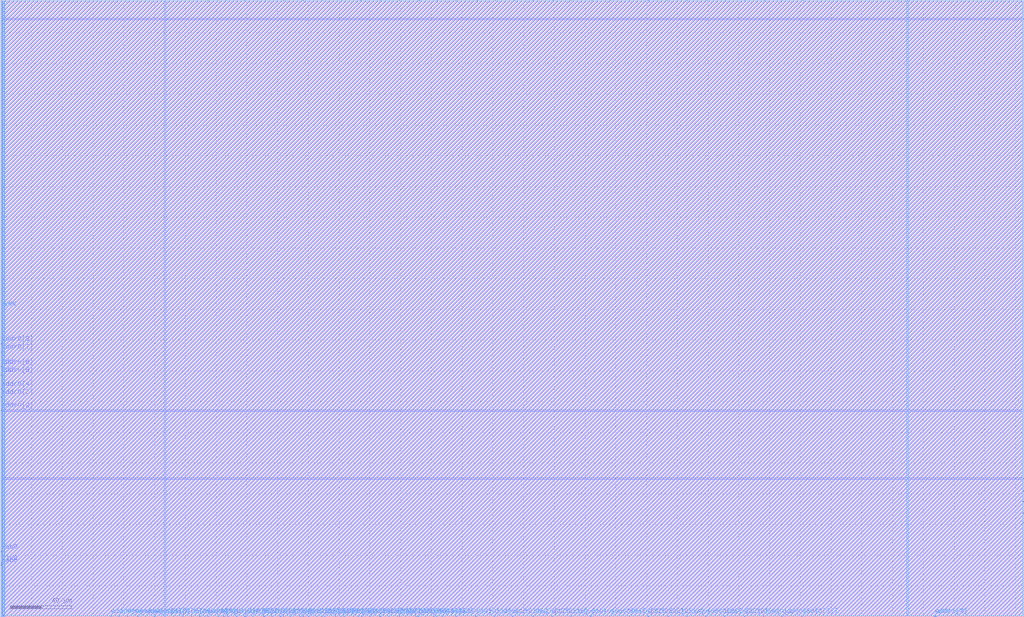
<source format=lef>
VERSION 5.4 ;
NAMESCASESENSITIVE ON ;
BUSBITCHARS "[]" ;
DIVIDERCHAR "/" ;
UNITS
  DATABASE MICRONS 2000 ;
END UNITS
MACRO sky130_sram_2kbyte_1rw1r_32x512_8
   CLASS BLOCK ;
   SIZE 665.42 BY 401.58 ;
   SYMMETRY X Y R90 ;
   PIN din0[0]
      DIRECTION INPUT ;
      PORT
         LAYER met4 ;
         RECT  106.76 0.0 107.14 0.38 ;
      END
   END din0[0]
   PIN din0[1]
      DIRECTION INPUT ;
      PORT
         LAYER met4 ;
         RECT  112.2 0.0 112.58 0.38 ;
      END
   END din0[1]
   PIN din0[2]
      DIRECTION INPUT ;
      PORT
         LAYER met4 ;
         RECT  118.32 0.0 118.7 0.38 ;
      END
   END din0[2]
   PIN din0[3]
      DIRECTION INPUT ;
      PORT
         LAYER met4 ;
         RECT  123.76 0.0 124.14 0.38 ;
      END
   END din0[3]
   PIN din0[4]
      DIRECTION INPUT ;
      PORT
         LAYER met4 ;
         RECT  129.2 0.0 129.58 0.38 ;
      END
   END din0[4]
   PIN din0[5]
      DIRECTION INPUT ;
      PORT
         LAYER met4 ;
         RECT  134.64 0.0 135.02 0.38 ;
      END
   END din0[5]
   PIN din0[6]
      DIRECTION INPUT ;
      PORT
         LAYER met4 ;
         RECT  141.44 0.0 141.82 0.38 ;
      END
   END din0[6]
   PIN din0[7]
      DIRECTION INPUT ;
      PORT
         LAYER met4 ;
         RECT  147.56 0.0 147.94 0.38 ;
      END
   END din0[7]
   PIN din0[8]
      DIRECTION INPUT ;
      PORT
         LAYER met4 ;
         RECT  153.0 0.0 153.38 0.38 ;
      END
   END din0[8]
   PIN din0[9]
      DIRECTION INPUT ;
      PORT
         LAYER met4 ;
         RECT  158.44 0.0 158.82 0.38 ;
      END
   END din0[9]
   PIN din0[10]
      DIRECTION INPUT ;
      PORT
         LAYER met4 ;
         RECT  163.88 0.0 164.26 0.38 ;
      END
   END din0[10]
   PIN din0[11]
      DIRECTION INPUT ;
      PORT
         LAYER met4 ;
         RECT  170.68 0.0 171.06 0.38 ;
      END
   END din0[11]
   PIN din0[12]
      DIRECTION INPUT ;
      PORT
         LAYER met4 ;
         RECT  176.12 0.0 176.5 0.38 ;
      END
   END din0[12]
   PIN din0[13]
      DIRECTION INPUT ;
      PORT
         LAYER met4 ;
         RECT  181.56 0.0 181.94 0.38 ;
      END
   END din0[13]
   PIN din0[14]
      DIRECTION INPUT ;
      PORT
         LAYER met4 ;
         RECT  188.36 0.0 188.74 0.38 ;
      END
   END din0[14]
   PIN din0[15]
      DIRECTION INPUT ;
      PORT
         LAYER met4 ;
         RECT  194.48 0.0 194.86 0.38 ;
      END
   END din0[15]
   PIN din0[16]
      DIRECTION INPUT ;
      PORT
         LAYER met4 ;
         RECT  199.92 0.0 200.3 0.38 ;
      END
   END din0[16]
   PIN din0[17]
      DIRECTION INPUT ;
      PORT
         LAYER met4 ;
         RECT  205.36 0.0 205.74 0.38 ;
      END
   END din0[17]
   PIN din0[18]
      DIRECTION INPUT ;
      PORT
         LAYER met4 ;
         RECT  210.8 0.0 211.18 0.38 ;
      END
   END din0[18]
   PIN din0[19]
      DIRECTION INPUT ;
      PORT
         LAYER met4 ;
         RECT  217.6 0.0 217.98 0.38 ;
      END
   END din0[19]
   PIN din0[20]
      DIRECTION INPUT ;
      PORT
         LAYER met4 ;
         RECT  223.04 0.0 223.42 0.38 ;
      END
   END din0[20]
   PIN din0[21]
      DIRECTION INPUT ;
      PORT
         LAYER met4 ;
         RECT  229.16 0.0 229.54 0.38 ;
      END
   END din0[21]
   PIN din0[22]
      DIRECTION INPUT ;
      PORT
         LAYER met4 ;
         RECT  234.6 0.0 234.98 0.38 ;
      END
   END din0[22]
   PIN din0[23]
      DIRECTION INPUT ;
      PORT
         LAYER met4 ;
         RECT  240.04 0.0 240.42 0.38 ;
      END
   END din0[23]
   PIN din0[24]
      DIRECTION INPUT ;
      PORT
         LAYER met4 ;
         RECT  246.84 0.0 247.22 0.38 ;
      END
   END din0[24]
   PIN din0[25]
      DIRECTION INPUT ;
      PORT
         LAYER met4 ;
         RECT  252.28 0.0 252.66 0.38 ;
      END
   END din0[25]
   PIN din0[26]
      DIRECTION INPUT ;
      PORT
         LAYER met4 ;
         RECT  257.72 0.0 258.1 0.38 ;
      END
   END din0[26]
   PIN din0[27]
      DIRECTION INPUT ;
      PORT
         LAYER met4 ;
         RECT  263.16 0.0 263.54 0.38 ;
      END
   END din0[27]
   PIN din0[28]
      DIRECTION INPUT ;
      PORT
         LAYER met4 ;
         RECT  269.96 0.0 270.34 0.38 ;
      END
   END din0[28]
   PIN din0[29]
      DIRECTION INPUT ;
      PORT
         LAYER met4 ;
         RECT  276.08 0.0 276.46 0.38 ;
      END
   END din0[29]
   PIN din0[30]
      DIRECTION INPUT ;
      PORT
         LAYER met4 ;
         RECT  281.52 0.0 281.9 0.38 ;
      END
   END din0[30]
   PIN din0[31]
      DIRECTION INPUT ;
      PORT
         LAYER met4 ;
         RECT  286.96 0.0 287.34 0.38 ;
      END
   END din0[31]
   PIN addr0[0]
      DIRECTION INPUT ;
      PORT
         LAYER met4 ;
         RECT  71.4 0.0 71.78 0.38 ;
      END
   END addr0[0]
   PIN addr0[1]
      DIRECTION INPUT ;
      PORT
         LAYER met4 ;
         RECT  76.84 0.0 77.22 0.38 ;
      END
   END addr0[1]
   PIN addr0[2]
      DIRECTION INPUT ;
      PORT
         LAYER met3 ;
         RECT  0.0 133.96 0.38 134.34 ;
      END
   END addr0[2]
   PIN addr0[3]
      DIRECTION INPUT ;
      PORT
         LAYER met3 ;
         RECT  0.0 142.8 0.38 143.18 ;
      END
   END addr0[3]
   PIN addr0[4]
      DIRECTION INPUT ;
      PORT
         LAYER met3 ;
         RECT  0.0 148.24 0.38 148.62 ;
      END
   END addr0[4]
   PIN addr0[5]
      DIRECTION INPUT ;
      PORT
         LAYER met3 ;
         RECT  0.0 157.08 0.38 157.46 ;
      END
   END addr0[5]
   PIN addr0[6]
      DIRECTION INPUT ;
      PORT
         LAYER met3 ;
         RECT  0.0 162.52 0.38 162.9 ;
      END
   END addr0[6]
   PIN addr0[7]
      DIRECTION INPUT ;
      PORT
         LAYER met3 ;
         RECT  0.0 172.04 0.38 172.42 ;
      END
   END addr0[7]
   PIN addr0[8]
      DIRECTION INPUT ;
      PORT
         LAYER met3 ;
         RECT  0.0 177.48 0.38 177.86 ;
      END
   END addr0[8]
   PIN addr1[0]
      DIRECTION INPUT ;
      PORT
         LAYER met4 ;
         RECT  589.56 401.2 589.94 401.58 ;
      END
   END addr1[0]
   PIN addr1[1]
      DIRECTION INPUT ;
      PORT
         LAYER met4 ;
         RECT  583.44 401.2 583.82 401.58 ;
      END
   END addr1[1]
   PIN addr1[2]
      DIRECTION INPUT ;
      PORT
         LAYER met3 ;
         RECT  665.04 89.76 665.42 90.14 ;
      END
   END addr1[2]
   PIN addr1[3]
      DIRECTION INPUT ;
      PORT
         LAYER met3 ;
         RECT  665.04 81.6 665.42 81.98 ;
      END
   END addr1[3]
   PIN addr1[4]
      DIRECTION INPUT ;
      PORT
         LAYER met3 ;
         RECT  665.04 74.8 665.42 75.18 ;
      END
   END addr1[4]
   PIN addr1[5]
      DIRECTION INPUT ;
      PORT
         LAYER met3 ;
         RECT  665.04 67.32 665.42 67.7 ;
      END
   END addr1[5]
   PIN addr1[6]
      DIRECTION INPUT ;
      PORT
         LAYER met3 ;
         RECT  665.04 61.2 665.42 61.58 ;
      END
   END addr1[6]
   PIN addr1[7]
      DIRECTION INPUT ;
      PORT
         LAYER met4 ;
         RECT  607.24 0.0 607.62 0.38 ;
      END
   END addr1[7]
   PIN addr1[8]
      DIRECTION INPUT ;
      PORT
         LAYER met4 ;
         RECT  607.92 0.0 608.3 0.38 ;
      END
   END addr1[8]
   PIN csb0
      DIRECTION INPUT ;
      PORT
         LAYER met3 ;
         RECT  0.0 33.32 0.38 33.7 ;
      END
   END csb0
   PIN csb1
      DIRECTION INPUT ;
      PORT
         LAYER met3 ;
         RECT  665.04 388.96 665.42 389.34 ;
      END
   END csb1
   PIN web0
      DIRECTION INPUT ;
      PORT
         LAYER met3 ;
         RECT  0.0 42.16 0.38 42.54 ;
      END
   END web0
   PIN clk0
      DIRECTION INPUT ;
      PORT
         LAYER met3 ;
         RECT  0.0 34.68 0.38 35.06 ;
      END
   END clk0
   PIN clk1
      DIRECTION INPUT ;
      PORT
         LAYER met4 ;
         RECT  645.32 401.2 645.7 401.58 ;
      END
   END clk1
   PIN wmask0[0]
      DIRECTION INPUT ;
      PORT
         LAYER met4 ;
         RECT  82.28 0.0 82.66 0.38 ;
      END
   END wmask0[0]
   PIN wmask0[1]
      DIRECTION INPUT ;
      PORT
         LAYER met4 ;
         RECT  89.08 0.0 89.46 0.38 ;
      END
   END wmask0[1]
   PIN wmask0[2]
      DIRECTION INPUT ;
      PORT
         LAYER met4 ;
         RECT  93.84 0.0 94.22 0.38 ;
      END
   END wmask0[2]
   PIN wmask0[3]
      DIRECTION INPUT ;
      PORT
         LAYER met4 ;
         RECT  99.96 0.0 100.34 0.38 ;
      END
   END wmask0[3]
   PIN dout0[0]
      DIRECTION OUTPUT ;
      PORT
         LAYER met4 ;
         RECT  132.6 0.0 132.98 0.38 ;
      END
   END dout0[0]
   PIN dout0[1]
      DIRECTION OUTPUT ;
      PORT
         LAYER met4 ;
         RECT  144.84 0.0 145.22 0.38 ;
      END
   END dout0[1]
   PIN dout0[2]
      DIRECTION OUTPUT ;
      PORT
         LAYER met4 ;
         RECT  159.12 0.0 159.5 0.38 ;
      END
   END dout0[2]
   PIN dout0[3]
      DIRECTION OUTPUT ;
      PORT
         LAYER met4 ;
         RECT  171.36 0.0 171.74 0.38 ;
      END
   END dout0[3]
   PIN dout0[4]
      DIRECTION OUTPUT ;
      PORT
         LAYER met4 ;
         RECT  183.6 0.0 183.98 0.38 ;
      END
   END dout0[4]
   PIN dout0[5]
      DIRECTION OUTPUT ;
      PORT
         LAYER met4 ;
         RECT  196.52 0.0 196.9 0.38 ;
      END
   END dout0[5]
   PIN dout0[6]
      DIRECTION OUTPUT ;
      PORT
         LAYER met4 ;
         RECT  208.76 0.0 209.14 0.38 ;
      END
   END dout0[6]
   PIN dout0[7]
      DIRECTION OUTPUT ;
      PORT
         LAYER met4 ;
         RECT  221.0 0.0 221.38 0.38 ;
      END
   END dout0[7]
   PIN dout0[8]
      DIRECTION OUTPUT ;
      PORT
         LAYER met4 ;
         RECT  232.56 0.0 232.94 0.38 ;
      END
   END dout0[8]
   PIN dout0[9]
      DIRECTION OUTPUT ;
      PORT
         LAYER met4 ;
         RECT  246.16 0.0 246.54 0.38 ;
      END
   END dout0[9]
   PIN dout0[10]
      DIRECTION OUTPUT ;
      PORT
         LAYER met4 ;
         RECT  259.08 0.0 259.46 0.38 ;
      END
   END dout0[10]
   PIN dout0[11]
      DIRECTION OUTPUT ;
      PORT
         LAYER met4 ;
         RECT  271.32 0.0 271.7 0.38 ;
      END
   END dout0[11]
   PIN dout0[12]
      DIRECTION OUTPUT ;
      PORT
         LAYER met4 ;
         RECT  283.56 0.0 283.94 0.38 ;
      END
   END dout0[12]
   PIN dout0[13]
      DIRECTION OUTPUT ;
      PORT
         LAYER met4 ;
         RECT  295.8 0.0 296.18 0.38 ;
      END
   END dout0[13]
   PIN dout0[14]
      DIRECTION OUTPUT ;
      PORT
         LAYER met4 ;
         RECT  308.72 0.0 309.1 0.38 ;
      END
   END dout0[14]
   PIN dout0[15]
      DIRECTION OUTPUT ;
      PORT
         LAYER met4 ;
         RECT  320.96 0.0 321.34 0.38 ;
      END
   END dout0[15]
   PIN dout0[16]
      DIRECTION OUTPUT ;
      PORT
         LAYER met4 ;
         RECT  332.52 0.0 332.9 0.38 ;
      END
   END dout0[16]
   PIN dout0[17]
      DIRECTION OUTPUT ;
      PORT
         LAYER met4 ;
         RECT  346.12 0.0 346.5 0.38 ;
      END
   END dout0[17]
   PIN dout0[18]
      DIRECTION OUTPUT ;
      PORT
         LAYER met4 ;
         RECT  358.36 0.0 358.74 0.38 ;
      END
   END dout0[18]
   PIN dout0[19]
      DIRECTION OUTPUT ;
      PORT
         LAYER met4 ;
         RECT  370.6 0.0 370.98 0.38 ;
      END
   END dout0[19]
   PIN dout0[20]
      DIRECTION OUTPUT ;
      PORT
         LAYER met4 ;
         RECT  383.52 0.0 383.9 0.38 ;
      END
   END dout0[20]
   PIN dout0[21]
      DIRECTION OUTPUT ;
      PORT
         LAYER met4 ;
         RECT  395.76 0.0 396.14 0.38 ;
      END
   END dout0[21]
   PIN dout0[22]
      DIRECTION OUTPUT ;
      PORT
         LAYER met4 ;
         RECT  408.68 0.0 409.06 0.38 ;
      END
   END dout0[22]
   PIN dout0[23]
      DIRECTION OUTPUT ;
      PORT
         LAYER met4 ;
         RECT  420.92 0.0 421.3 0.38 ;
      END
   END dout0[23]
   PIN dout0[24]
      DIRECTION OUTPUT ;
      PORT
         LAYER met4 ;
         RECT  433.84 0.0 434.22 0.38 ;
      END
   END dout0[24]
   PIN dout0[25]
      DIRECTION OUTPUT ;
      PORT
         LAYER met4 ;
         RECT  446.08 0.0 446.46 0.38 ;
      END
   END dout0[25]
   PIN dout0[26]
      DIRECTION OUTPUT ;
      PORT
         LAYER met4 ;
         RECT  458.32 0.0 458.7 0.38 ;
      END
   END dout0[26]
   PIN dout0[27]
      DIRECTION OUTPUT ;
      PORT
         LAYER met4 ;
         RECT  470.56 0.0 470.94 0.38 ;
      END
   END dout0[27]
   PIN dout0[28]
      DIRECTION OUTPUT ;
      PORT
         LAYER met4 ;
         RECT  483.48 0.0 483.86 0.38 ;
      END
   END dout0[28]
   PIN dout0[29]
      DIRECTION OUTPUT ;
      PORT
         LAYER met4 ;
         RECT  495.72 0.0 496.1 0.38 ;
      END
   END dout0[29]
   PIN dout0[30]
      DIRECTION OUTPUT ;
      PORT
         LAYER met4 ;
         RECT  507.96 0.0 508.34 0.38 ;
      END
   END dout0[30]
   PIN dout0[31]
      DIRECTION OUTPUT ;
      PORT
         LAYER met4 ;
         RECT  520.88 0.0 521.26 0.38 ;
      END
   END dout0[31]
   PIN dout1[0]
      DIRECTION OUTPUT ;
      PORT
         LAYER met4 ;
         RECT  134.64 401.2 135.02 401.58 ;
      END
   END dout1[0]
   PIN dout1[1]
      DIRECTION OUTPUT ;
      PORT
         LAYER met4 ;
         RECT  146.2 401.2 146.58 401.58 ;
      END
   END dout1[1]
   PIN dout1[2]
      DIRECTION OUTPUT ;
      PORT
         LAYER met4 ;
         RECT  158.44 401.2 158.82 401.58 ;
      END
   END dout1[2]
   PIN dout1[3]
      DIRECTION OUTPUT ;
      PORT
         LAYER met4 ;
         RECT  172.04 401.2 172.42 401.58 ;
      END
   END dout1[3]
   PIN dout1[4]
      DIRECTION OUTPUT ;
      PORT
         LAYER met4 ;
         RECT  183.6 401.2 183.98 401.58 ;
      END
   END dout1[4]
   PIN dout1[5]
      DIRECTION OUTPUT ;
      PORT
         LAYER met4 ;
         RECT  196.52 401.2 196.9 401.58 ;
      END
   END dout1[5]
   PIN dout1[6]
      DIRECTION OUTPUT ;
      PORT
         LAYER met4 ;
         RECT  208.76 401.2 209.14 401.58 ;
      END
   END dout1[6]
   PIN dout1[7]
      DIRECTION OUTPUT ;
      PORT
         LAYER met4 ;
         RECT  221.68 401.2 222.06 401.58 ;
      END
   END dout1[7]
   PIN dout1[8]
      DIRECTION OUTPUT ;
      PORT
         LAYER met4 ;
         RECT  233.92 401.2 234.3 401.58 ;
      END
   END dout1[8]
   PIN dout1[9]
      DIRECTION OUTPUT ;
      PORT
         LAYER met4 ;
         RECT  246.84 401.2 247.22 401.58 ;
      END
   END dout1[9]
   PIN dout1[10]
      DIRECTION OUTPUT ;
      PORT
         LAYER met4 ;
         RECT  259.08 401.2 259.46 401.58 ;
      END
   END dout1[10]
   PIN dout1[11]
      DIRECTION OUTPUT ;
      PORT
         LAYER met4 ;
         RECT  272.0 401.2 272.38 401.58 ;
      END
   END dout1[11]
   PIN dout1[12]
      DIRECTION OUTPUT ;
      PORT
         LAYER met4 ;
         RECT  283.56 401.2 283.94 401.58 ;
      END
   END dout1[12]
   PIN dout1[13]
      DIRECTION OUTPUT ;
      PORT
         LAYER met4 ;
         RECT  295.8 401.2 296.18 401.58 ;
      END
   END dout1[13]
   PIN dout1[14]
      DIRECTION OUTPUT ;
      PORT
         LAYER met4 ;
         RECT  309.4 401.2 309.78 401.58 ;
      END
   END dout1[14]
   PIN dout1[15]
      DIRECTION OUTPUT ;
      PORT
         LAYER met4 ;
         RECT  321.64 401.2 322.02 401.58 ;
      END
   END dout1[15]
   PIN dout1[16]
      DIRECTION OUTPUT ;
      PORT
         LAYER met4 ;
         RECT  333.88 401.2 334.26 401.58 ;
      END
   END dout1[16]
   PIN dout1[17]
      DIRECTION OUTPUT ;
      PORT
         LAYER met4 ;
         RECT  346.12 401.2 346.5 401.58 ;
      END
   END dout1[17]
   PIN dout1[18]
      DIRECTION OUTPUT ;
      PORT
         LAYER met4 ;
         RECT  359.04 401.2 359.42 401.58 ;
      END
   END dout1[18]
   PIN dout1[19]
      DIRECTION OUTPUT ;
      PORT
         LAYER met4 ;
         RECT  370.6 401.2 370.98 401.58 ;
      END
   END dout1[19]
   PIN dout1[20]
      DIRECTION OUTPUT ;
      PORT
         LAYER met4 ;
         RECT  384.2 401.2 384.58 401.58 ;
      END
   END dout1[20]
   PIN dout1[21]
      DIRECTION OUTPUT ;
      PORT
         LAYER met4 ;
         RECT  396.44 401.2 396.82 401.58 ;
      END
   END dout1[21]
   PIN dout1[22]
      DIRECTION OUTPUT ;
      PORT
         LAYER met4 ;
         RECT  408.68 401.2 409.06 401.58 ;
      END
   END dout1[22]
   PIN dout1[23]
      DIRECTION OUTPUT ;
      PORT
         LAYER met4 ;
         RECT  420.92 401.2 421.3 401.58 ;
      END
   END dout1[23]
   PIN dout1[24]
      DIRECTION OUTPUT ;
      PORT
         LAYER met4 ;
         RECT  433.16 401.2 433.54 401.58 ;
      END
   END dout1[24]
   PIN dout1[25]
      DIRECTION OUTPUT ;
      PORT
         LAYER met4 ;
         RECT  446.08 401.2 446.46 401.58 ;
      END
   END dout1[25]
   PIN dout1[26]
      DIRECTION OUTPUT ;
      PORT
         LAYER met4 ;
         RECT  459.0 401.2 459.38 401.58 ;
      END
   END dout1[26]
   PIN dout1[27]
      DIRECTION OUTPUT ;
      PORT
         LAYER met4 ;
         RECT  471.24 401.2 471.62 401.58 ;
      END
   END dout1[27]
   PIN dout1[28]
      DIRECTION OUTPUT ;
      PORT
         LAYER met4 ;
         RECT  483.48 401.2 483.86 401.58 ;
      END
   END dout1[28]
   PIN dout1[29]
      DIRECTION OUTPUT ;
      PORT
         LAYER met4 ;
         RECT  496.4 401.2 496.78 401.58 ;
      END
   END dout1[29]
   PIN dout1[30]
      DIRECTION OUTPUT ;
      PORT
         LAYER met4 ;
         RECT  507.96 401.2 508.34 401.58 ;
      END
   END dout1[30]
   PIN dout1[31]
      DIRECTION OUTPUT ;
      PORT
         LAYER met4 ;
         RECT  521.56 401.2 521.94 401.58 ;
      END
   END dout1[31]
   PIN vdd
      DIRECTION INOUT ;
      USE POWER ; 
      SHAPE ABUTMENT ; 
      PORT
         LAYER met4 ;
         RECT  1.36 0.0 2.42 400.9 ;
      END
   END vdd
   PIN gnd
      DIRECTION INOUT ;
      USE GROUND ; 
      SHAPE ABUTMENT ; 
      PORT
         LAYER met4 ;
         RECT  0.0 0.0 1.06 400.9 ;
      END
   END gnd
   OBS
   LAYER  met1 ;
      RECT  0.62 0.62 664.8 400.96 ;
   LAYER  met2 ;
      RECT  0.62 0.62 664.8 400.96 ;
   LAYER  met3 ;
      RECT  0.68 133.66 664.8 134.64 ;
      RECT  0.62 134.64 0.68 142.5 ;
      RECT  0.62 143.48 0.68 147.94 ;
      RECT  0.62 148.92 0.68 156.78 ;
      RECT  0.62 157.76 0.68 162.22 ;
      RECT  0.62 163.2 0.68 171.74 ;
      RECT  0.62 172.72 0.68 177.18 ;
      RECT  0.62 178.16 0.68 400.96 ;
      RECT  0.68 0.62 664.74 89.46 ;
      RECT  0.68 89.46 664.74 90.44 ;
      RECT  0.68 90.44 664.74 133.66 ;
      RECT  664.74 90.44 664.8 133.66 ;
      RECT  664.74 82.28 664.8 89.46 ;
      RECT  664.74 75.48 664.8 81.3 ;
      RECT  664.74 68.0 664.8 74.5 ;
      RECT  664.74 0.62 664.8 60.9 ;
      RECT  664.74 61.88 664.8 67.02 ;
      RECT  0.62 0.62 0.68 33.02 ;
      RECT  0.68 134.64 664.74 388.66 ;
      RECT  0.68 388.66 664.74 389.64 ;
      RECT  0.68 389.64 664.74 400.96 ;
      RECT  664.74 134.64 664.8 388.66 ;
      RECT  664.74 389.64 664.8 400.96 ;
      RECT  0.62 42.84 0.68 133.66 ;
      RECT  0.62 34.0 0.68 34.38 ;
      RECT  0.62 35.36 0.68 41.86 ;
   LAYER  met4 ;
      RECT  106.46 0.68 107.44 400.96 ;
      RECT  107.44 0.62 111.9 0.68 ;
      RECT  112.88 0.62 118.02 0.68 ;
      RECT  119.0 0.62 123.46 0.68 ;
      RECT  124.44 0.62 128.9 0.68 ;
      RECT  135.32 0.62 141.14 0.68 ;
      RECT  148.24 0.62 152.7 0.68 ;
      RECT  153.68 0.62 158.14 0.68 ;
      RECT  164.56 0.62 170.38 0.68 ;
      RECT  176.8 0.62 181.26 0.68 ;
      RECT  189.04 0.62 194.18 0.68 ;
      RECT  200.6 0.62 205.06 0.68 ;
      RECT  211.48 0.62 217.3 0.68 ;
      RECT  223.72 0.62 228.86 0.68 ;
      RECT  235.28 0.62 239.74 0.68 ;
      RECT  247.52 0.62 251.98 0.68 ;
      RECT  252.96 0.62 257.42 0.68 ;
      RECT  263.84 0.62 269.66 0.68 ;
      RECT  276.76 0.62 281.22 0.68 ;
      RECT  72.08 0.62 76.54 0.68 ;
      RECT  107.44 0.68 589.26 400.9 ;
      RECT  589.26 0.68 590.24 400.9 ;
      RECT  590.24 0.68 664.8 400.9 ;
      RECT  584.12 400.9 589.26 400.96 ;
      RECT  608.6 0.62 664.8 0.68 ;
      RECT  590.24 400.9 645.02 400.96 ;
      RECT  646.0 400.9 664.8 400.96 ;
      RECT  77.52 0.62 81.98 0.68 ;
      RECT  82.96 0.62 88.78 0.68 ;
      RECT  89.76 0.62 93.54 0.68 ;
      RECT  94.52 0.62 99.66 0.68 ;
      RECT  100.64 0.62 106.46 0.68 ;
      RECT  129.88 0.62 132.3 0.68 ;
      RECT  133.28 0.62 134.34 0.68 ;
      RECT  142.12 0.62 144.54 0.68 ;
      RECT  145.52 0.62 147.26 0.68 ;
      RECT  159.8 0.62 163.58 0.68 ;
      RECT  172.04 0.62 175.82 0.68 ;
      RECT  182.24 0.62 183.3 0.68 ;
      RECT  184.28 0.62 188.06 0.68 ;
      RECT  195.16 0.62 196.22 0.68 ;
      RECT  197.2 0.62 199.62 0.68 ;
      RECT  206.04 0.62 208.46 0.68 ;
      RECT  209.44 0.62 210.5 0.68 ;
      RECT  218.28 0.62 220.7 0.68 ;
      RECT  221.68 0.62 222.74 0.68 ;
      RECT  229.84 0.62 232.26 0.68 ;
      RECT  233.24 0.62 234.3 0.68 ;
      RECT  240.72 0.62 245.86 0.68 ;
      RECT  258.4 0.62 258.78 0.68 ;
      RECT  259.76 0.62 262.86 0.68 ;
      RECT  270.64 0.62 271.02 0.68 ;
      RECT  272.0 0.62 275.78 0.68 ;
      RECT  282.2 0.62 283.26 0.68 ;
      RECT  284.24 0.62 286.66 0.68 ;
      RECT  287.64 0.62 295.5 0.68 ;
      RECT  296.48 0.62 308.42 0.68 ;
      RECT  309.4 0.62 320.66 0.68 ;
      RECT  321.64 0.62 332.22 0.68 ;
      RECT  333.2 0.62 345.82 0.68 ;
      RECT  346.8 0.62 358.06 0.68 ;
      RECT  359.04 0.62 370.3 0.68 ;
      RECT  371.28 0.62 383.22 0.68 ;
      RECT  384.2 0.62 395.46 0.68 ;
      RECT  396.44 0.62 408.38 0.68 ;
      RECT  409.36 0.62 420.62 0.68 ;
      RECT  421.6 0.62 433.54 0.68 ;
      RECT  434.52 0.62 445.78 0.68 ;
      RECT  446.76 0.62 458.02 0.68 ;
      RECT  459.0 0.62 470.26 0.68 ;
      RECT  471.24 0.62 483.18 0.68 ;
      RECT  484.16 0.62 495.42 0.68 ;
      RECT  496.4 0.62 507.66 0.68 ;
      RECT  508.64 0.62 520.58 0.68 ;
      RECT  521.56 0.62 606.94 0.68 ;
      RECT  107.44 400.9 134.34 400.96 ;
      RECT  135.32 400.9 145.9 400.96 ;
      RECT  146.88 400.9 158.14 400.96 ;
      RECT  159.12 400.9 171.74 400.96 ;
      RECT  172.72 400.9 183.3 400.96 ;
      RECT  184.28 400.9 196.22 400.96 ;
      RECT  197.2 400.9 208.46 400.96 ;
      RECT  209.44 400.9 221.38 400.96 ;
      RECT  222.36 400.9 233.62 400.96 ;
      RECT  234.6 400.9 246.54 400.96 ;
      RECT  247.52 400.9 258.78 400.96 ;
      RECT  259.76 400.9 271.7 400.96 ;
      RECT  272.68 400.9 283.26 400.96 ;
      RECT  284.24 400.9 295.5 400.96 ;
      RECT  296.48 400.9 309.1 400.96 ;
      RECT  310.08 400.9 321.34 400.96 ;
      RECT  322.32 400.9 333.58 400.96 ;
      RECT  334.56 400.9 345.82 400.96 ;
      RECT  346.8 400.9 358.74 400.96 ;
      RECT  359.72 400.9 370.3 400.96 ;
      RECT  371.28 400.9 383.9 400.96 ;
      RECT  384.88 400.9 396.14 400.96 ;
      RECT  397.12 400.9 408.38 400.96 ;
      RECT  409.36 400.9 420.62 400.96 ;
      RECT  421.6 400.9 432.86 400.96 ;
      RECT  433.84 400.9 445.78 400.96 ;
      RECT  446.76 400.9 458.7 400.96 ;
      RECT  459.68 400.9 470.94 400.96 ;
      RECT  471.92 400.9 483.18 400.96 ;
      RECT  484.16 400.9 496.1 400.96 ;
      RECT  497.08 400.9 507.66 400.96 ;
      RECT  508.64 400.9 521.26 400.96 ;
      RECT  522.24 400.9 583.14 400.96 ;
      RECT  2.72 0.68 106.46 400.96 ;
      RECT  2.72 0.62 71.1 0.68 ;
   END
END    sky130_sram_2kbyte_1rw1r_32x512_8
END    LIBRARY

</source>
